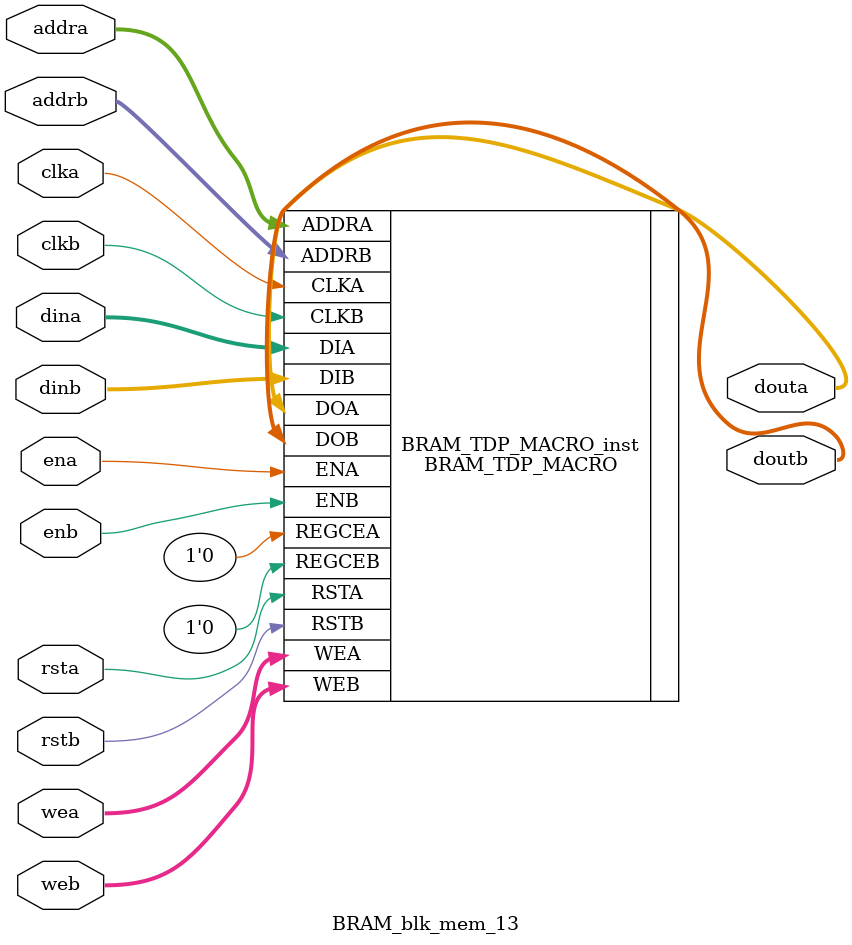
<source format=v>
`timescale 1ns/1ps

module BRAM_blk_mem_13 (
  clka,
  ena,
  wea,
  addra,
  dina,
  douta,
  rsta,
  clkb,
  enb,
  web,
  addrb,
  dinb,
  doutb,
  rstb
);


input wire clka;
input wire clkb;

input wire ena;
input wire enb;

input wire rsta;
input wire rstb;

input wire [3 : 0] wea;
input wire [3 : 0] web;

input wire [9 : 0] addra;
input wire [9 : 0] addrb;

input wire [31 : 0] dina;
input wire [31 : 0] dinb;

output wire [31 : 0] douta;
output wire [31 : 0] doutb;


// BRAM_TDP_MACRO : In order to incorporate this function into the design,
//   Verilog   : the following instance declaration needs to be placed
//  instance   : in the body of the design code.  The instance name
// declaration : (BRAM_TDP_MACRO_inst) and/or the port declarations within the
//    code     : parenthesis may be changed to properly reference and
//             : connect this function to the design.  All inputs
//             : and outputs must be connected.

//  <-----Cut code below this line---->

   // BRAM_TDP_MACRO: True Dual Port RAM
   //                 Virtex-7
   // Xilinx HDL Language Template, version 2016.4
   
   //////////////////////////////////////////////////////////////////////////
   // DATA_WIDTH_A/B | BRAM_SIZE | RAM Depth | ADDRA/B Width | WEA/B Width //
   // ===============|===========|===========|===============|=============//
   //     19-36      |  "36Kb"   |    1024   |    10-bit     |    4-bit    //
   //     10-18      |  "36Kb"   |    2048   |    11-bit     |    2-bit    //
   //     10-18      |  "18Kb"   |    1024   |    10-bit     |    2-bit    //
   //      5-9       |  "36Kb"   |    4096   |    12-bit     |    1-bit    //
   //      5-9       |  "18Kb"   |    2048   |    11-bit     |    1-bit    //
   //      3-4       |  "36Kb"   |    8192   |    13-bit     |    1-bit    //
   //      3-4       |  "18Kb"   |    4096   |    12-bit     |    1-bit    //
   //        2       |  "36Kb"   |   16384   |    14-bit     |    1-bit    //
   //        2       |  "18Kb"   |    8192   |    13-bit     |    1-bit    //
   //        1       |  "36Kb"   |   32768   |    15-bit     |    1-bit    //
   //        1       |  "18Kb"   |   16384   |    14-bit     |    1-bit    //
   //////////////////////////////////////////////////////////////////////////

   BRAM_TDP_MACRO #(
      .BRAM_SIZE("36Kb"), // Target BRAM: "18Kb" or "36Kb" 
      .DEVICE("7SERIES"), // Target device: "7SERIES" 
      .DOA_REG(0),        // Optional port A output register (0 or 1)
      .DOB_REG(0),        // Optional port B output register (0 or 1)
      .INIT_A(36'h00000000),  // Initial values on port A output port
      .INIT_B(36'h00000000), // Initial values on port B output port
      .INIT_FILE ("weight_13.mem"),
      .READ_WIDTH_A (32),   // Valid values are 1-36 (19-36 only valid when BRAM_SIZE="36Kb")
      .READ_WIDTH_B (32),   // Valid values are 1-36 (19-36 only valid when BRAM_SIZE="36Kb")
      .SIM_COLLISION_CHECK ("ALL"), // Collision check enable "ALL", "WARNING_ONLY", 
                                    //   "GENERATE_X_ONLY" or "NONE" 
      .SRVAL_A(36'h00000000), // Set/Reset value for port A output
      .SRVAL_B(36'h00000000), // Set/Reset value for port B output
      .WRITE_MODE_A("WRITE_FIRST"), // "WRITE_FIRST", "READ_FIRST", or "NO_CHANGE" 
      .WRITE_MODE_B("WRITE_FIRST"), // "WRITE_FIRST", "READ_FIRST", or "NO_CHANGE" 
      .WRITE_WIDTH_A(32), // Valid values are 1-36 (19-36 only valid when BRAM_SIZE="36Kb")
      .WRITE_WIDTH_B(32), // Valid values are 1-36 (19-36 only valid when BRAM_SIZE="36Kb")
      .INIT_00(256'h0000000000000000000000000000000000000000000000000000000000000000),
      .INIT_01(256'h0000000000000000000000000000000000000000000000000000000000000000),
      .INIT_02(256'h0000000000000000000000000000000000000000000000000000000000000000),
      .INIT_03(256'h0000000000000000000000000000000000000000000000000000000000000000),
      .INIT_04(256'h0000000000000000000000000000000000000000000000000000000000000000),
      .INIT_05(256'h0000000000000000000000000000000000000000000000000000000000000000),
      .INIT_06(256'h0000000000000000000000000000000000000000000000000000000000000000),
      .INIT_07(256'h0000000000000000000000000000000000000000000000000000000000000000),
      .INIT_08(256'h0000000000000000000000000000000000000000000000000000000000000000),
      .INIT_09(256'h0000000000000000000000000000000000000000000000000000000000000000),
      .INIT_0A(256'h0000000000000000000000000000000000000000000000000000000000000000),
      .INIT_0B(256'h0000000000000000000000000000000000000000000000000000000000000000),
      .INIT_0C(256'h0000000000000000000000000000000000000000000000000000000000000000),
      .INIT_0D(256'h0000000000000000000000000000000000000000000000000000000000000000),
      .INIT_0E(256'h0000000000000000000000000000000000000000000000000000000000000000),
      .INIT_0F(256'h0000000000000000000000000000000000000000000000000000000000000000),
      .INIT_10(256'h0000000000000000000000000000000000000000000000000000000000000000),
      .INIT_11(256'h0000000000000000000000000000000000000000000000000000000000000000),
      .INIT_12(256'h0000000000000000000000000000000000000000000000000000000000000000),
      .INIT_13(256'h0000000000000000000000000000000000000000000000000000000000000000),
      .INIT_14(256'h0000000000000000000000000000000000000000000000000000000000000000),
      .INIT_15(256'h0000000000000000000000000000000000000000000000000000000000000000),
      .INIT_16(256'h0000000000000000000000000000000000000000000000000000000000000000),
      .INIT_17(256'h0000000000000000000000000000000000000000000000000000000000000000),
      .INIT_18(256'h0000000000000000000000000000000000000000000000000000000000000000),
      .INIT_19(256'h0000000000000000000000000000000000000000000000000000000000000000),
      .INIT_1A(256'h0000000000000000000000000000000000000000000000000000000000000000),
      .INIT_1B(256'h0000000000000000000000000000000000000000000000000000000000000000),
      .INIT_1C(256'h0000000000000000000000000000000000000000000000000000000000000000),
      .INIT_1D(256'h0000000000000000000000000000000000000000000000000000000000000000),
      .INIT_1E(256'h0000000000000000000000000000000000000000000000000000000000000000),
      .INIT_1F(256'h0000000000000000000000000000000000000000000000000000000000000000),
      .INIT_20(256'h0000000000000000000000000000000000000000000000000000000000000000),
      .INIT_21(256'h0000000000000000000000000000000000000000000000000000000000000000),
      .INIT_22(256'h0000000000000000000000000000000000000000000000000000000000000000),
      .INIT_23(256'h0000000000000000000000000000000000000000000000000000000000000000),
      .INIT_24(256'h0000000000000000000000000000000000000000000000000000000000000000),
      .INIT_25(256'h0000000000000000000000000000000000000000000000000000000000000000),
      .INIT_26(256'h0000000000000000000000000000000000000000000000000000000000000000),
      .INIT_27(256'h0000000000000000000000000000000000000000000000000000000000000000),
      .INIT_28(256'h0000000000000000000000000000000000000000000000000000000000000000),
      .INIT_29(256'h0000000000000000000000000000000000000000000000000000000000000000),
      .INIT_2A(256'h0000000000000000000000000000000000000000000000000000000000000000),
      .INIT_2B(256'h0000000000000000000000000000000000000000000000000000000000000000),
      .INIT_2C(256'h0000000000000000000000000000000000000000000000000000000000000000),
      .INIT_2D(256'h0000000000000000000000000000000000000000000000000000000000000000),
      .INIT_2E(256'h0000000000000000000000000000000000000000000000000000000000000000),
      .INIT_2F(256'h0000000000000000000000000000000000000000000000000000000000000000),
      .INIT_30(256'h0000000000000000000000000000000000000000000000000000000000000000),
      .INIT_31(256'h0000000000000000000000000000000000000000000000000000000000000000),
      .INIT_32(256'h0000000000000000000000000000000000000000000000000000000000000000),
      .INIT_33(256'h0000000000000000000000000000000000000000000000000000000000000000),
      .INIT_34(256'h0000000000000000000000000000000000000000000000000000000000000000),
      .INIT_35(256'h0000000000000000000000000000000000000000000000000000000000000000),
      .INIT_36(256'h0000000000000000000000000000000000000000000000000000000000000000),
      .INIT_37(256'h0000000000000000000000000000000000000000000000000000000000000000),
      .INIT_38(256'h0000000000000000000000000000000000000000000000000000000000000000),
      .INIT_39(256'h0000000000000000000000000000000000000000000000000000000000000000),
      .INIT_3A(256'h0000000000000000000000000000000000000000000000000000000000000000),
      .INIT_3B(256'h0000000000000000000000000000000000000000000000000000000000000000),
      .INIT_3C(256'h0000000000000000000000000000000000000000000000000000000000000000),
      .INIT_3D(256'h0000000000000000000000000000000000000000000000000000000000000000),
      .INIT_3E(256'h0000000000000000000000000000000000000000000000000000000000000000),
      .INIT_3F(256'h0000000000000000000000000000000000000000000000000000000000000000),
      
      // The next set of INIT_xx are valid when configured as 36Kb
      .INIT_40(256'h0000000000000000000000000000000000000000000000000000000000000000),
      .INIT_41(256'h0000000000000000000000000000000000000000000000000000000000000000),
      .INIT_42(256'h0000000000000000000000000000000000000000000000000000000000000000),
      .INIT_43(256'h0000000000000000000000000000000000000000000000000000000000000000),
      .INIT_44(256'h0000000000000000000000000000000000000000000000000000000000000000),
      .INIT_45(256'h0000000000000000000000000000000000000000000000000000000000000000),
      .INIT_46(256'h0000000000000000000000000000000000000000000000000000000000000000),
      .INIT_47(256'h0000000000000000000000000000000000000000000000000000000000000000),
      .INIT_48(256'h0000000000000000000000000000000000000000000000000000000000000000),
      .INIT_49(256'h0000000000000000000000000000000000000000000000000000000000000000),
      .INIT_4A(256'h0000000000000000000000000000000000000000000000000000000000000000),
      .INIT_4B(256'h0000000000000000000000000000000000000000000000000000000000000000),
      .INIT_4C(256'h0000000000000000000000000000000000000000000000000000000000000000),
      .INIT_4D(256'h0000000000000000000000000000000000000000000000000000000000000000),
      .INIT_4E(256'h0000000000000000000000000000000000000000000000000000000000000000),
      .INIT_4F(256'h0000000000000000000000000000000000000000000000000000000000000000),
      .INIT_50(256'h0000000000000000000000000000000000000000000000000000000000000000),
      .INIT_51(256'h0000000000000000000000000000000000000000000000000000000000000000),
      .INIT_52(256'h0000000000000000000000000000000000000000000000000000000000000000),
      .INIT_53(256'h0000000000000000000000000000000000000000000000000000000000000000),
      .INIT_54(256'h0000000000000000000000000000000000000000000000000000000000000000),
      .INIT_55(256'h0000000000000000000000000000000000000000000000000000000000000000),
      .INIT_56(256'h0000000000000000000000000000000000000000000000000000000000000000),
      .INIT_57(256'h0000000000000000000000000000000000000000000000000000000000000000),
      .INIT_58(256'h0000000000000000000000000000000000000000000000000000000000000000),
      .INIT_59(256'h0000000000000000000000000000000000000000000000000000000000000000),
      .INIT_5A(256'h0000000000000000000000000000000000000000000000000000000000000000),
      .INIT_5B(256'h0000000000000000000000000000000000000000000000000000000000000000),
      .INIT_5C(256'h0000000000000000000000000000000000000000000000000000000000000000),
      .INIT_5D(256'h0000000000000000000000000000000000000000000000000000000000000000),
      .INIT_5E(256'h0000000000000000000000000000000000000000000000000000000000000000),
      .INIT_5F(256'h0000000000000000000000000000000000000000000000000000000000000000),
      .INIT_60(256'h0000000000000000000000000000000000000000000000000000000000000000),
      .INIT_61(256'h0000000000000000000000000000000000000000000000000000000000000000),
      .INIT_62(256'h0000000000000000000000000000000000000000000000000000000000000000),
      .INIT_63(256'h0000000000000000000000000000000000000000000000000000000000000000),
      .INIT_64(256'h0000000000000000000000000000000000000000000000000000000000000000),
      .INIT_65(256'h0000000000000000000000000000000000000000000000000000000000000000),
      .INIT_66(256'h0000000000000000000000000000000000000000000000000000000000000000),
      .INIT_67(256'h0000000000000000000000000000000000000000000000000000000000000000),
      .INIT_68(256'h0000000000000000000000000000000000000000000000000000000000000000),
      .INIT_69(256'h0000000000000000000000000000000000000000000000000000000000000000),
      .INIT_6A(256'h0000000000000000000000000000000000000000000000000000000000000000),
      .INIT_6B(256'h0000000000000000000000000000000000000000000000000000000000000000),
      .INIT_6C(256'h0000000000000000000000000000000000000000000000000000000000000000),
      .INIT_6D(256'h0000000000000000000000000000000000000000000000000000000000000000),
      .INIT_6E(256'h0000000000000000000000000000000000000000000000000000000000000000),
      .INIT_6F(256'h0000000000000000000000000000000000000000000000000000000000000000),
      .INIT_70(256'h0000000000000000000000000000000000000000000000000000000000000000),
      .INIT_71(256'h0000000000000000000000000000000000000000000000000000000000000000),
      .INIT_72(256'h0000000000000000000000000000000000000000000000000000000000000000),
      .INIT_73(256'h0000000000000000000000000000000000000000000000000000000000000000),
      .INIT_74(256'h0000000000000000000000000000000000000000000000000000000000000000),
      .INIT_75(256'h0000000000000000000000000000000000000000000000000000000000000000),
      .INIT_76(256'h0000000000000000000000000000000000000000000000000000000000000000),
      .INIT_77(256'h0000000000000000000000000000000000000000000000000000000000000000),
      .INIT_78(256'h0000000000000000000000000000000000000000000000000000000000000000),
      .INIT_79(256'h0000000000000000000000000000000000000000000000000000000000000000),
      .INIT_7A(256'h0000000000000000000000000000000000000000000000000000000000000000),
      .INIT_7B(256'h0000000000000000000000000000000000000000000000000000000000000000),
      .INIT_7C(256'h0000000000000000000000000000000000000000000000000000000000000000),
      .INIT_7D(256'h0000000000000000000000000000000000000000000000000000000000000000),
      .INIT_7E(256'h0000000000000000000000000000000000000000000000000000000000000000),
      .INIT_7F(256'h0000000000000000000000000000000000000000000000000000000000000000),
     
      // The next set of INITP_xx are for the parity bits
      //.INIT_FF(256'h0000000000000000000000000000000000000000000000000000000000000000),
      .INITP_00(256'h0000000000000000000000000000000000000000000000000000000000000000),
      .INITP_01(256'h0000000000000000000000000000000000000000000000000000000000000000),
      .INITP_02(256'h0000000000000000000000000000000000000000000000000000000000000000),
      .INITP_03(256'h0000000000000000000000000000000000000000000000000000000000000000),
      .INITP_04(256'h0000000000000000000000000000000000000000000000000000000000000000),
      .INITP_05(256'h0000000000000000000000000000000000000000000000000000000000000000),
      .INITP_06(256'h0000000000000000000000000000000000000000000000000000000000000000),
      .INITP_07(256'h0000000000000000000000000000000000000000000000000000000000000000),
      
      // The next set of INITP_xx are valid when configured as 36Kb
      .INITP_08(256'h0000000000000000000000000000000000000000000000000000000000000000),
      .INITP_09(256'h0000000000000000000000000000000000000000000000000000000000000000),
      .INITP_0A(256'h0000000000000000000000000000000000000000000000000000000000000000),
      .INITP_0B(256'h0000000000000000000000000000000000000000000000000000000000000000),
      .INITP_0C(256'h0000000000000000000000000000000000000000000000000000000000000000),
      .INITP_0D(256'h0000000000000000000000000000000000000000000000000000000000000000),
      .INITP_0E(256'h0000000000000000000000000000000000000000000000000000000000000000),
      .INITP_0F(256'h0000000000000000000000000000000000000000000000000000000000000000)
   ) BRAM_TDP_MACRO_inst (
      .DOA(douta),       // Output port-A data, width defined by READ_WIDTH_A parameter
      .DOB(doutb),       // Output port-B data, width defined by READ_WIDTH_B parameter
      .ADDRA(addra),   // Input port-A address, width defined by Port A depth
      .ADDRB(addrb),   // Input port-B address, width defined by Port B depth
      .CLKA(clka),     // 1-bit input port-A clock
      .CLKB(clkb),     // 1-bit input port-B clock
      .DIA(dina),       // Input port-A data, width defined by WRITE_WIDTH_A parameter
      .DIB(dinb),       // Input port-B data, width defined by WRITE_WIDTH_B parameter
      .ENA(ena),       // 1-bit input port-A enable
      .ENB(enb),       // 1-bit input port-B enable
      .REGCEA(1'D0), // 1-bit input port-A output register enable
      .REGCEB(1'D0), // 1-bit input port-B output register enable
      .RSTA(rsta),     // 1-bit input port-A reset
      .RSTB(rstb),     // 1-bit input port-B reset
      .WEA(wea),       // Input port-A write enable, width defined by Port A depth
      .WEB(web)        // Input port-B write enable, width defined by Port B depth
   );

   // End of BRAM_TDP_MACRO_inst instantiation
				
endmodule
</source>
